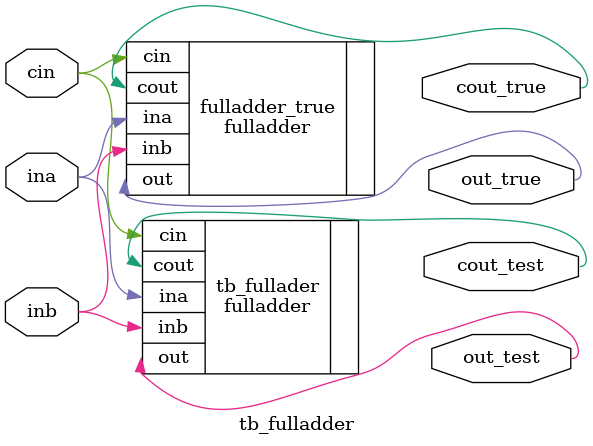
<source format=v>
module tb_fulladder(
	input	   ina, inb, cin,
	output	out_true,cout_true,
	output   out_test, cout_test
);

fulladder fulladder_true
(
	.ina (ina),
	.inb (inb),
	.cin (cin),

	.out(out_true),
	.cout(cout_true)
);

fulladder tb_fullader
(
	.ina (ina),
	.inb (inb),
	.cin (cin),

	.out(out_test),
	.cout(cout_test)
);

endmodule
</source>
